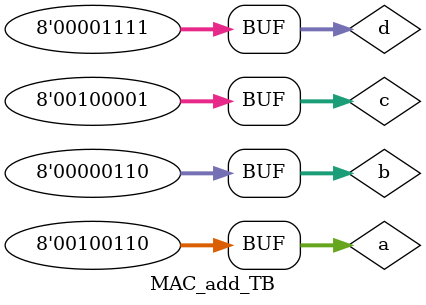
<source format=v>
`timescale 1ns / 1ps

module MAC_add_TB();
parameter DW=8;
reg [DW-1:0]a;
reg [DW-1:0]b;
reg [DW-1:0]c;
reg [DW-1:0]d;

wire [DW-1:0]m_data;

MAC_add DUT(.a_data(a),.b_data(b),.c_data(c),.d_data(d),.m_data(m_data));

    initial begin
        a='d2;b='d3;c='d3;d='d5;
        #10 a='d3;b='d4;c='d2;d='d1;
        #10 a='d5;b='d3;c='d1;d='d2;
        #10 a='d5;b='d2;c='d3;d='d4;
        #10 a='d2;b='d4;c='d3;d='d5;
        #10 a='d1;b='d7;c='d2;d='d1;
        #10 a='d3;b='d6;c='d3;d='d4;
        #10 a='d2;b='d3;c='d4;d='d2;
        #10 a='d3;b='d4;c='d5;d='d3;
        #10 a='d7;b='d3;c='d2;d='d1;
        #10 a='d23;b='d2;c='d5;d='d5;
        #10 a='d21;b='d4;c='d23;d='d15;
        #10 a='d14;b='d7;c='d13;d='d25;
        #10 a='d38;b='d6;c='d33;d='d15;
    end
endmodule

</source>
